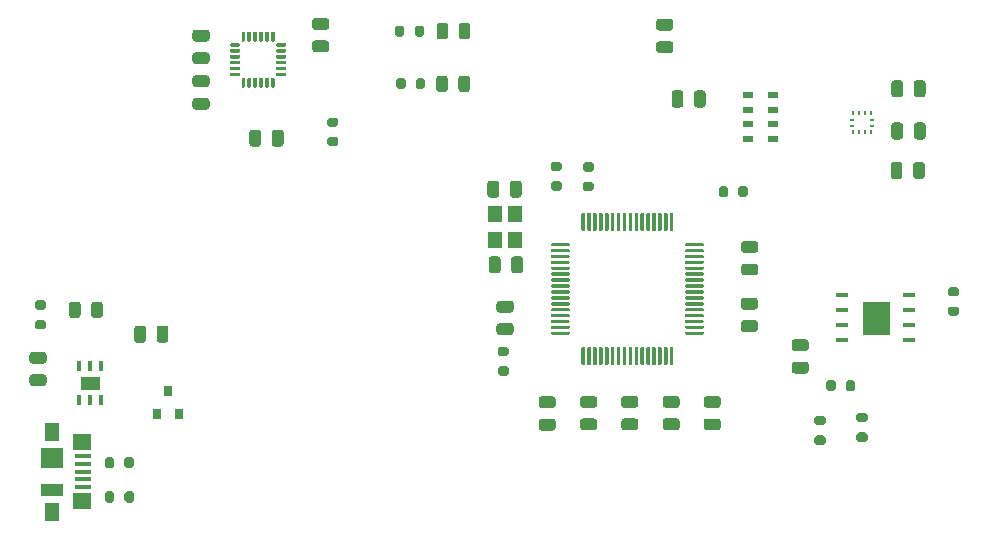
<source format=gbr>
%TF.GenerationSoftware,KiCad,Pcbnew,(5.1.9)-1*%
%TF.CreationDate,2021-03-13T11:21:55-03:00*%
%TF.ProjectId,carcaraFC,63617263-6172-4614-9643-2e6b69636164,rev?*%
%TF.SameCoordinates,Original*%
%TF.FileFunction,Paste,Top*%
%TF.FilePolarity,Positive*%
%FSLAX46Y46*%
G04 Gerber Fmt 4.6, Leading zero omitted, Abs format (unit mm)*
G04 Created by KiCad (PCBNEW (5.1.9)-1) date 2021-03-13 11:21:55*
%MOMM*%
%LPD*%
G01*
G04 APERTURE LIST*
%ADD10C,0.010000*%
%ADD11R,1.040000X0.440000*%
%ADD12R,0.400000X0.860000*%
%ADD13R,0.800000X0.900000*%
%ADD14R,1.380000X0.450000*%
%ADD15R,1.550000X1.425000*%
%ADD16R,1.300000X1.650000*%
%ADD17R,1.900000X1.800000*%
%ADD18R,1.900000X1.000000*%
%ADD19R,0.950000X0.550000*%
%ADD20R,0.279400X0.304800*%
%ADD21R,0.304800X0.279400*%
%ADD22R,1.200000X1.400000*%
G04 APERTURE END LIST*
D10*
%TO.C,U4*%
G36*
X95036000Y-90036000D02*
G01*
X97196000Y-90036000D01*
X97196000Y-92756000D01*
X95036000Y-92756000D01*
X95036000Y-90036000D01*
G37*
X95036000Y-90036000D02*
X97196000Y-90036000D01*
X97196000Y-92756000D01*
X95036000Y-92756000D01*
X95036000Y-90036000D01*
%TO.C,U1*%
G36*
X30310000Y-96420000D02*
G01*
X30310000Y-97440000D01*
X28810000Y-97440000D01*
X28810000Y-96420000D01*
X30310000Y-96420000D01*
G37*
X30310000Y-96420000D02*
X30310000Y-97440000D01*
X28810000Y-97440000D01*
X28810000Y-96420000D01*
X30310000Y-96420000D01*
%TD*%
D11*
%TO.C,U4*%
X98961000Y-89491000D03*
X98961000Y-90761000D03*
X98961000Y-92031000D03*
X98961000Y-93301000D03*
X93271000Y-93301000D03*
X93271000Y-92031000D03*
X93271000Y-90761000D03*
X93271000Y-89491000D03*
%TD*%
D12*
%TO.C,U1*%
X30510000Y-98365000D03*
X29560000Y-98365000D03*
X28610000Y-98365000D03*
X28610000Y-95495000D03*
X29560000Y-95495000D03*
X30510000Y-95495000D03*
%TD*%
%TO.C,C1*%
G36*
G01*
X35220000Y-93275000D02*
X35220000Y-92325000D01*
G75*
G02*
X35470000Y-92075000I250000J0D01*
G01*
X35970000Y-92075000D01*
G75*
G02*
X36220000Y-92325000I0J-250000D01*
G01*
X36220000Y-93275000D01*
G75*
G02*
X35970000Y-93525000I-250000J0D01*
G01*
X35470000Y-93525000D01*
G75*
G02*
X35220000Y-93275000I0J250000D01*
G01*
G37*
G36*
G01*
X33320000Y-93275000D02*
X33320000Y-92325000D01*
G75*
G02*
X33570000Y-92075000I250000J0D01*
G01*
X34070000Y-92075000D01*
G75*
G02*
X34320000Y-92325000I0J-250000D01*
G01*
X34320000Y-93275000D01*
G75*
G02*
X34070000Y-93525000I-250000J0D01*
G01*
X33570000Y-93525000D01*
G75*
G02*
X33320000Y-93275000I0J250000D01*
G01*
G37*
%TD*%
%TO.C,C2*%
G36*
G01*
X24705000Y-94290000D02*
X25655000Y-94290000D01*
G75*
G02*
X25905000Y-94540000I0J-250000D01*
G01*
X25905000Y-95040000D01*
G75*
G02*
X25655000Y-95290000I-250000J0D01*
G01*
X24705000Y-95290000D01*
G75*
G02*
X24455000Y-95040000I0J250000D01*
G01*
X24455000Y-94540000D01*
G75*
G02*
X24705000Y-94290000I250000J0D01*
G01*
G37*
G36*
G01*
X24705000Y-96190000D02*
X25655000Y-96190000D01*
G75*
G02*
X25905000Y-96440000I0J-250000D01*
G01*
X25905000Y-96940000D01*
G75*
G02*
X25655000Y-97190000I-250000J0D01*
G01*
X24705000Y-97190000D01*
G75*
G02*
X24455000Y-96940000I0J250000D01*
G01*
X24455000Y-96440000D01*
G75*
G02*
X24705000Y-96190000I250000J0D01*
G01*
G37*
%TD*%
%TO.C,C3*%
G36*
G01*
X78307000Y-99934000D02*
X79257000Y-99934000D01*
G75*
G02*
X79507000Y-100184000I0J-250000D01*
G01*
X79507000Y-100684000D01*
G75*
G02*
X79257000Y-100934000I-250000J0D01*
G01*
X78307000Y-100934000D01*
G75*
G02*
X78057000Y-100684000I0J250000D01*
G01*
X78057000Y-100184000D01*
G75*
G02*
X78307000Y-99934000I250000J0D01*
G01*
G37*
G36*
G01*
X78307000Y-98034000D02*
X79257000Y-98034000D01*
G75*
G02*
X79507000Y-98284000I0J-250000D01*
G01*
X79507000Y-98784000D01*
G75*
G02*
X79257000Y-99034000I-250000J0D01*
G01*
X78307000Y-99034000D01*
G75*
G02*
X78057000Y-98784000I0J250000D01*
G01*
X78057000Y-98284000D01*
G75*
G02*
X78307000Y-98034000I250000J0D01*
G01*
G37*
%TD*%
%TO.C,C4*%
G36*
G01*
X81782000Y-98039000D02*
X82732000Y-98039000D01*
G75*
G02*
X82982000Y-98289000I0J-250000D01*
G01*
X82982000Y-98789000D01*
G75*
G02*
X82732000Y-99039000I-250000J0D01*
G01*
X81782000Y-99039000D01*
G75*
G02*
X81532000Y-98789000I0J250000D01*
G01*
X81532000Y-98289000D01*
G75*
G02*
X81782000Y-98039000I250000J0D01*
G01*
G37*
G36*
G01*
X81782000Y-99939000D02*
X82732000Y-99939000D01*
G75*
G02*
X82982000Y-100189000I0J-250000D01*
G01*
X82982000Y-100689000D01*
G75*
G02*
X82732000Y-100939000I-250000J0D01*
G01*
X81782000Y-100939000D01*
G75*
G02*
X81532000Y-100689000I0J250000D01*
G01*
X81532000Y-100189000D01*
G75*
G02*
X81782000Y-99939000I250000J0D01*
G01*
G37*
%TD*%
%TO.C,C5*%
G36*
G01*
X74807000Y-99934000D02*
X75757000Y-99934000D01*
G75*
G02*
X76007000Y-100184000I0J-250000D01*
G01*
X76007000Y-100684000D01*
G75*
G02*
X75757000Y-100934000I-250000J0D01*
G01*
X74807000Y-100934000D01*
G75*
G02*
X74557000Y-100684000I0J250000D01*
G01*
X74557000Y-100184000D01*
G75*
G02*
X74807000Y-99934000I250000J0D01*
G01*
G37*
G36*
G01*
X74807000Y-98034000D02*
X75757000Y-98034000D01*
G75*
G02*
X76007000Y-98284000I0J-250000D01*
G01*
X76007000Y-98784000D01*
G75*
G02*
X75757000Y-99034000I-250000J0D01*
G01*
X74807000Y-99034000D01*
G75*
G02*
X74557000Y-98784000I0J250000D01*
G01*
X74557000Y-98284000D01*
G75*
G02*
X74807000Y-98034000I250000J0D01*
G01*
G37*
%TD*%
%TO.C,C6*%
G36*
G01*
X71327000Y-98034000D02*
X72277000Y-98034000D01*
G75*
G02*
X72527000Y-98284000I0J-250000D01*
G01*
X72527000Y-98784000D01*
G75*
G02*
X72277000Y-99034000I-250000J0D01*
G01*
X71327000Y-99034000D01*
G75*
G02*
X71077000Y-98784000I0J250000D01*
G01*
X71077000Y-98284000D01*
G75*
G02*
X71327000Y-98034000I250000J0D01*
G01*
G37*
G36*
G01*
X71327000Y-99934000D02*
X72277000Y-99934000D01*
G75*
G02*
X72527000Y-100184000I0J-250000D01*
G01*
X72527000Y-100684000D01*
G75*
G02*
X72277000Y-100934000I-250000J0D01*
G01*
X71327000Y-100934000D01*
G75*
G02*
X71077000Y-100684000I0J250000D01*
G01*
X71077000Y-100184000D01*
G75*
G02*
X71327000Y-99934000I250000J0D01*
G01*
G37*
%TD*%
%TO.C,C7*%
G36*
G01*
X67807000Y-99954000D02*
X68757000Y-99954000D01*
G75*
G02*
X69007000Y-100204000I0J-250000D01*
G01*
X69007000Y-100704000D01*
G75*
G02*
X68757000Y-100954000I-250000J0D01*
G01*
X67807000Y-100954000D01*
G75*
G02*
X67557000Y-100704000I0J250000D01*
G01*
X67557000Y-100204000D01*
G75*
G02*
X67807000Y-99954000I250000J0D01*
G01*
G37*
G36*
G01*
X67807000Y-98054000D02*
X68757000Y-98054000D01*
G75*
G02*
X69007000Y-98304000I0J-250000D01*
G01*
X69007000Y-98804000D01*
G75*
G02*
X68757000Y-99054000I-250000J0D01*
G01*
X67807000Y-99054000D01*
G75*
G02*
X67557000Y-98804000I0J250000D01*
G01*
X67557000Y-98304000D01*
G75*
G02*
X67807000Y-98054000I250000J0D01*
G01*
G37*
%TD*%
%TO.C,C8*%
G36*
G01*
X63232000Y-80989000D02*
X63232000Y-80039000D01*
G75*
G02*
X63482000Y-79789000I250000J0D01*
G01*
X63982000Y-79789000D01*
G75*
G02*
X64232000Y-80039000I0J-250000D01*
G01*
X64232000Y-80989000D01*
G75*
G02*
X63982000Y-81239000I-250000J0D01*
G01*
X63482000Y-81239000D01*
G75*
G02*
X63232000Y-80989000I0J250000D01*
G01*
G37*
G36*
G01*
X65132000Y-80989000D02*
X65132000Y-80039000D01*
G75*
G02*
X65382000Y-79789000I250000J0D01*
G01*
X65882000Y-79789000D01*
G75*
G02*
X66132000Y-80039000I0J-250000D01*
G01*
X66132000Y-80989000D01*
G75*
G02*
X65882000Y-81239000I-250000J0D01*
G01*
X65382000Y-81239000D01*
G75*
G02*
X65132000Y-80989000I0J250000D01*
G01*
G37*
%TD*%
%TO.C,C9*%
G36*
G01*
X64342000Y-86449000D02*
X64342000Y-87399000D01*
G75*
G02*
X64092000Y-87649000I-250000J0D01*
G01*
X63592000Y-87649000D01*
G75*
G02*
X63342000Y-87399000I0J250000D01*
G01*
X63342000Y-86449000D01*
G75*
G02*
X63592000Y-86199000I250000J0D01*
G01*
X64092000Y-86199000D01*
G75*
G02*
X64342000Y-86449000I0J-250000D01*
G01*
G37*
G36*
G01*
X66242000Y-86449000D02*
X66242000Y-87399000D01*
G75*
G02*
X65992000Y-87649000I-250000J0D01*
G01*
X65492000Y-87649000D01*
G75*
G02*
X65242000Y-87399000I0J250000D01*
G01*
X65242000Y-86449000D01*
G75*
G02*
X65492000Y-86199000I250000J0D01*
G01*
X65992000Y-86199000D01*
G75*
G02*
X66242000Y-86449000I0J-250000D01*
G01*
G37*
%TD*%
%TO.C,C10*%
G36*
G01*
X39455000Y-68020000D02*
X38505000Y-68020000D01*
G75*
G02*
X38255000Y-67770000I0J250000D01*
G01*
X38255000Y-67270000D01*
G75*
G02*
X38505000Y-67020000I250000J0D01*
G01*
X39455000Y-67020000D01*
G75*
G02*
X39705000Y-67270000I0J-250000D01*
G01*
X39705000Y-67770000D01*
G75*
G02*
X39455000Y-68020000I-250000J0D01*
G01*
G37*
G36*
G01*
X39455000Y-69920000D02*
X38505000Y-69920000D01*
G75*
G02*
X38255000Y-69670000I0J250000D01*
G01*
X38255000Y-69170000D01*
G75*
G02*
X38505000Y-68920000I250000J0D01*
G01*
X39455000Y-68920000D01*
G75*
G02*
X39705000Y-69170000I0J-250000D01*
G01*
X39705000Y-69670000D01*
G75*
G02*
X39455000Y-69920000I-250000J0D01*
G01*
G37*
%TD*%
%TO.C,C11*%
G36*
G01*
X39455000Y-71890000D02*
X38505000Y-71890000D01*
G75*
G02*
X38255000Y-71640000I0J250000D01*
G01*
X38255000Y-71140000D01*
G75*
G02*
X38505000Y-70890000I250000J0D01*
G01*
X39455000Y-70890000D01*
G75*
G02*
X39705000Y-71140000I0J-250000D01*
G01*
X39705000Y-71640000D01*
G75*
G02*
X39455000Y-71890000I-250000J0D01*
G01*
G37*
G36*
G01*
X39455000Y-73790000D02*
X38505000Y-73790000D01*
G75*
G02*
X38255000Y-73540000I0J250000D01*
G01*
X38255000Y-73040000D01*
G75*
G02*
X38505000Y-72790000I250000J0D01*
G01*
X39455000Y-72790000D01*
G75*
G02*
X39705000Y-73040000I0J-250000D01*
G01*
X39705000Y-73540000D01*
G75*
G02*
X39455000Y-73790000I-250000J0D01*
G01*
G37*
%TD*%
%TO.C,C12*%
G36*
G01*
X43070000Y-76685000D02*
X43070000Y-75735000D01*
G75*
G02*
X43320000Y-75485000I250000J0D01*
G01*
X43820000Y-75485000D01*
G75*
G02*
X44070000Y-75735000I0J-250000D01*
G01*
X44070000Y-76685000D01*
G75*
G02*
X43820000Y-76935000I-250000J0D01*
G01*
X43320000Y-76935000D01*
G75*
G02*
X43070000Y-76685000I0J250000D01*
G01*
G37*
G36*
G01*
X44970000Y-76685000D02*
X44970000Y-75735000D01*
G75*
G02*
X45220000Y-75485000I250000J0D01*
G01*
X45720000Y-75485000D01*
G75*
G02*
X45970000Y-75735000I0J-250000D01*
G01*
X45970000Y-76685000D01*
G75*
G02*
X45720000Y-76935000I-250000J0D01*
G01*
X45220000Y-76935000D01*
G75*
G02*
X44970000Y-76685000I0J250000D01*
G01*
G37*
%TD*%
%TO.C,C13*%
G36*
G01*
X48635000Y-67930000D02*
X49585000Y-67930000D01*
G75*
G02*
X49835000Y-68180000I0J-250000D01*
G01*
X49835000Y-68680000D01*
G75*
G02*
X49585000Y-68930000I-250000J0D01*
G01*
X48635000Y-68930000D01*
G75*
G02*
X48385000Y-68680000I0J250000D01*
G01*
X48385000Y-68180000D01*
G75*
G02*
X48635000Y-67930000I250000J0D01*
G01*
G37*
G36*
G01*
X48635000Y-66030000D02*
X49585000Y-66030000D01*
G75*
G02*
X49835000Y-66280000I0J-250000D01*
G01*
X49835000Y-66780000D01*
G75*
G02*
X49585000Y-67030000I-250000J0D01*
G01*
X48635000Y-67030000D01*
G75*
G02*
X48385000Y-66780000I0J250000D01*
G01*
X48385000Y-66280000D01*
G75*
G02*
X48635000Y-66030000I250000J0D01*
G01*
G37*
%TD*%
%TO.C,C16*%
G36*
G01*
X90185000Y-96130000D02*
X89235000Y-96130000D01*
G75*
G02*
X88985000Y-95880000I0J250000D01*
G01*
X88985000Y-95380000D01*
G75*
G02*
X89235000Y-95130000I250000J0D01*
G01*
X90185000Y-95130000D01*
G75*
G02*
X90435000Y-95380000I0J-250000D01*
G01*
X90435000Y-95880000D01*
G75*
G02*
X90185000Y-96130000I-250000J0D01*
G01*
G37*
G36*
G01*
X90185000Y-94230000D02*
X89235000Y-94230000D01*
G75*
G02*
X88985000Y-93980000I0J250000D01*
G01*
X88985000Y-93480000D01*
G75*
G02*
X89235000Y-93230000I250000J0D01*
G01*
X90185000Y-93230000D01*
G75*
G02*
X90435000Y-93480000I0J-250000D01*
G01*
X90435000Y-93980000D01*
G75*
G02*
X90185000Y-94230000I-250000J0D01*
G01*
G37*
%TD*%
%TO.C,C19*%
G36*
G01*
X79820000Y-72407000D02*
X79820000Y-73357000D01*
G75*
G02*
X79570000Y-73607000I-250000J0D01*
G01*
X79070000Y-73607000D01*
G75*
G02*
X78820000Y-73357000I0J250000D01*
G01*
X78820000Y-72407000D01*
G75*
G02*
X79070000Y-72157000I250000J0D01*
G01*
X79570000Y-72157000D01*
G75*
G02*
X79820000Y-72407000I0J-250000D01*
G01*
G37*
G36*
G01*
X81720000Y-72407000D02*
X81720000Y-73357000D01*
G75*
G02*
X81470000Y-73607000I-250000J0D01*
G01*
X80970000Y-73607000D01*
G75*
G02*
X80720000Y-73357000I0J250000D01*
G01*
X80720000Y-72407000D01*
G75*
G02*
X80970000Y-72157000I250000J0D01*
G01*
X81470000Y-72157000D01*
G75*
G02*
X81720000Y-72407000I0J-250000D01*
G01*
G37*
%TD*%
%TO.C,C20*%
G36*
G01*
X65197000Y-90964000D02*
X64247000Y-90964000D01*
G75*
G02*
X63997000Y-90714000I0J250000D01*
G01*
X63997000Y-90214000D01*
G75*
G02*
X64247000Y-89964000I250000J0D01*
G01*
X65197000Y-89964000D01*
G75*
G02*
X65447000Y-90214000I0J-250000D01*
G01*
X65447000Y-90714000D01*
G75*
G02*
X65197000Y-90964000I-250000J0D01*
G01*
G37*
G36*
G01*
X65197000Y-92864000D02*
X64247000Y-92864000D01*
G75*
G02*
X63997000Y-92614000I0J250000D01*
G01*
X63997000Y-92114000D01*
G75*
G02*
X64247000Y-91864000I250000J0D01*
G01*
X65197000Y-91864000D01*
G75*
G02*
X65447000Y-92114000I0J-250000D01*
G01*
X65447000Y-92614000D01*
G75*
G02*
X65197000Y-92864000I-250000J0D01*
G01*
G37*
%TD*%
%TO.C,C21*%
G36*
G01*
X85882000Y-92619000D02*
X84932000Y-92619000D01*
G75*
G02*
X84682000Y-92369000I0J250000D01*
G01*
X84682000Y-91869000D01*
G75*
G02*
X84932000Y-91619000I250000J0D01*
G01*
X85882000Y-91619000D01*
G75*
G02*
X86132000Y-91869000I0J-250000D01*
G01*
X86132000Y-92369000D01*
G75*
G02*
X85882000Y-92619000I-250000J0D01*
G01*
G37*
G36*
G01*
X85882000Y-90719000D02*
X84932000Y-90719000D01*
G75*
G02*
X84682000Y-90469000I0J250000D01*
G01*
X84682000Y-89969000D01*
G75*
G02*
X84932000Y-89719000I250000J0D01*
G01*
X85882000Y-89719000D01*
G75*
G02*
X86132000Y-89969000I0J-250000D01*
G01*
X86132000Y-90469000D01*
G75*
G02*
X85882000Y-90719000I-250000J0D01*
G01*
G37*
%TD*%
%TO.C,C22*%
G36*
G01*
X85907000Y-87824000D02*
X84957000Y-87824000D01*
G75*
G02*
X84707000Y-87574000I0J250000D01*
G01*
X84707000Y-87074000D01*
G75*
G02*
X84957000Y-86824000I250000J0D01*
G01*
X85907000Y-86824000D01*
G75*
G02*
X86157000Y-87074000I0J-250000D01*
G01*
X86157000Y-87574000D01*
G75*
G02*
X85907000Y-87824000I-250000J0D01*
G01*
G37*
G36*
G01*
X85907000Y-85924000D02*
X84957000Y-85924000D01*
G75*
G02*
X84707000Y-85674000I0J250000D01*
G01*
X84707000Y-85174000D01*
G75*
G02*
X84957000Y-84924000I250000J0D01*
G01*
X85907000Y-84924000D01*
G75*
G02*
X86157000Y-85174000I0J-250000D01*
G01*
X86157000Y-85674000D01*
G75*
G02*
X85907000Y-85924000I-250000J0D01*
G01*
G37*
%TD*%
%TO.C,C23*%
G36*
G01*
X78713000Y-68998000D02*
X77763000Y-68998000D01*
G75*
G02*
X77513000Y-68748000I0J250000D01*
G01*
X77513000Y-68248000D01*
G75*
G02*
X77763000Y-67998000I250000J0D01*
G01*
X78713000Y-67998000D01*
G75*
G02*
X78963000Y-68248000I0J-250000D01*
G01*
X78963000Y-68748000D01*
G75*
G02*
X78713000Y-68998000I-250000J0D01*
G01*
G37*
G36*
G01*
X78713000Y-67098000D02*
X77763000Y-67098000D01*
G75*
G02*
X77513000Y-66848000I0J250000D01*
G01*
X77513000Y-66348000D01*
G75*
G02*
X77763000Y-66098000I250000J0D01*
G01*
X78713000Y-66098000D01*
G75*
G02*
X78963000Y-66348000I0J-250000D01*
G01*
X78963000Y-66848000D01*
G75*
G02*
X78713000Y-67098000I-250000J0D01*
G01*
G37*
%TD*%
%TO.C,C24*%
G36*
G01*
X98425000Y-75122000D02*
X98425000Y-76072000D01*
G75*
G02*
X98175000Y-76322000I-250000J0D01*
G01*
X97675000Y-76322000D01*
G75*
G02*
X97425000Y-76072000I0J250000D01*
G01*
X97425000Y-75122000D01*
G75*
G02*
X97675000Y-74872000I250000J0D01*
G01*
X98175000Y-74872000D01*
G75*
G02*
X98425000Y-75122000I0J-250000D01*
G01*
G37*
G36*
G01*
X100325000Y-75122000D02*
X100325000Y-76072000D01*
G75*
G02*
X100075000Y-76322000I-250000J0D01*
G01*
X99575000Y-76322000D01*
G75*
G02*
X99325000Y-76072000I0J250000D01*
G01*
X99325000Y-75122000D01*
G75*
G02*
X99575000Y-74872000I250000J0D01*
G01*
X100075000Y-74872000D01*
G75*
G02*
X100325000Y-75122000I0J-250000D01*
G01*
G37*
%TD*%
%TO.C,C25*%
G36*
G01*
X100260000Y-78467000D02*
X100260000Y-79417000D01*
G75*
G02*
X100010000Y-79667000I-250000J0D01*
G01*
X99510000Y-79667000D01*
G75*
G02*
X99260000Y-79417000I0J250000D01*
G01*
X99260000Y-78467000D01*
G75*
G02*
X99510000Y-78217000I250000J0D01*
G01*
X100010000Y-78217000D01*
G75*
G02*
X100260000Y-78467000I0J-250000D01*
G01*
G37*
G36*
G01*
X98360000Y-78467000D02*
X98360000Y-79417000D01*
G75*
G02*
X98110000Y-79667000I-250000J0D01*
G01*
X97610000Y-79667000D01*
G75*
G02*
X97360000Y-79417000I0J250000D01*
G01*
X97360000Y-78467000D01*
G75*
G02*
X97610000Y-78217000I250000J0D01*
G01*
X98110000Y-78217000D01*
G75*
G02*
X98360000Y-78467000I0J-250000D01*
G01*
G37*
%TD*%
%TO.C,C26*%
G36*
G01*
X100320000Y-71547000D02*
X100320000Y-72497000D01*
G75*
G02*
X100070000Y-72747000I-250000J0D01*
G01*
X99570000Y-72747000D01*
G75*
G02*
X99320000Y-72497000I0J250000D01*
G01*
X99320000Y-71547000D01*
G75*
G02*
X99570000Y-71297000I250000J0D01*
G01*
X100070000Y-71297000D01*
G75*
G02*
X100320000Y-71547000I0J-250000D01*
G01*
G37*
G36*
G01*
X98420000Y-71547000D02*
X98420000Y-72497000D01*
G75*
G02*
X98170000Y-72747000I-250000J0D01*
G01*
X97670000Y-72747000D01*
G75*
G02*
X97420000Y-72497000I0J250000D01*
G01*
X97420000Y-71547000D01*
G75*
G02*
X97670000Y-71297000I250000J0D01*
G01*
X98170000Y-71297000D01*
G75*
G02*
X98420000Y-71547000I0J-250000D01*
G01*
G37*
%TD*%
%TO.C,D1*%
G36*
G01*
X27805000Y-91196250D02*
X27805000Y-90283750D01*
G75*
G02*
X28048750Y-90040000I243750J0D01*
G01*
X28536250Y-90040000D01*
G75*
G02*
X28780000Y-90283750I0J-243750D01*
G01*
X28780000Y-91196250D01*
G75*
G02*
X28536250Y-91440000I-243750J0D01*
G01*
X28048750Y-91440000D01*
G75*
G02*
X27805000Y-91196250I0J243750D01*
G01*
G37*
G36*
G01*
X29680000Y-91196250D02*
X29680000Y-90283750D01*
G75*
G02*
X29923750Y-90040000I243750J0D01*
G01*
X30411250Y-90040000D01*
G75*
G02*
X30655000Y-90283750I0J-243750D01*
G01*
X30655000Y-91196250D01*
G75*
G02*
X30411250Y-91440000I-243750J0D01*
G01*
X29923750Y-91440000D01*
G75*
G02*
X29680000Y-91196250I0J243750D01*
G01*
G37*
%TD*%
D13*
%TO.C,D2*%
X35220000Y-99590000D03*
X37120000Y-99590000D03*
X36170000Y-97590000D03*
%TD*%
%TO.C,D3*%
G36*
G01*
X59897500Y-66683750D02*
X59897500Y-67596250D01*
G75*
G02*
X59653750Y-67840000I-243750J0D01*
G01*
X59166250Y-67840000D01*
G75*
G02*
X58922500Y-67596250I0J243750D01*
G01*
X58922500Y-66683750D01*
G75*
G02*
X59166250Y-66440000I243750J0D01*
G01*
X59653750Y-66440000D01*
G75*
G02*
X59897500Y-66683750I0J-243750D01*
G01*
G37*
G36*
G01*
X61772500Y-66683750D02*
X61772500Y-67596250D01*
G75*
G02*
X61528750Y-67840000I-243750J0D01*
G01*
X61041250Y-67840000D01*
G75*
G02*
X60797500Y-67596250I0J243750D01*
G01*
X60797500Y-66683750D01*
G75*
G02*
X61041250Y-66440000I243750J0D01*
G01*
X61528750Y-66440000D01*
G75*
G02*
X61772500Y-66683750I0J-243750D01*
G01*
G37*
%TD*%
%TO.C,D4*%
G36*
G01*
X61755000Y-71143750D02*
X61755000Y-72056250D01*
G75*
G02*
X61511250Y-72300000I-243750J0D01*
G01*
X61023750Y-72300000D01*
G75*
G02*
X60780000Y-72056250I0J243750D01*
G01*
X60780000Y-71143750D01*
G75*
G02*
X61023750Y-70900000I243750J0D01*
G01*
X61511250Y-70900000D01*
G75*
G02*
X61755000Y-71143750I0J-243750D01*
G01*
G37*
G36*
G01*
X59880000Y-71143750D02*
X59880000Y-72056250D01*
G75*
G02*
X59636250Y-72300000I-243750J0D01*
G01*
X59148750Y-72300000D01*
G75*
G02*
X58905000Y-72056250I0J243750D01*
G01*
X58905000Y-71143750D01*
G75*
G02*
X59148750Y-70900000I243750J0D01*
G01*
X59636250Y-70900000D01*
G75*
G02*
X59880000Y-71143750I0J-243750D01*
G01*
G37*
%TD*%
D14*
%TO.C,USB1*%
X29010000Y-103140000D03*
X29010000Y-103790000D03*
X29010000Y-104440000D03*
X29010000Y-105090000D03*
X29010000Y-105740000D03*
D15*
X28925000Y-101952500D03*
X28925000Y-106927500D03*
D16*
X26350000Y-101065000D03*
X26350000Y-107815000D03*
D17*
X26350000Y-103290000D03*
D18*
X26350000Y-105990000D03*
%TD*%
%TO.C,R1*%
G36*
G01*
X25665000Y-92385000D02*
X25115000Y-92385000D01*
G75*
G02*
X24915000Y-92185000I0J200000D01*
G01*
X24915000Y-91785000D01*
G75*
G02*
X25115000Y-91585000I200000J0D01*
G01*
X25665000Y-91585000D01*
G75*
G02*
X25865000Y-91785000I0J-200000D01*
G01*
X25865000Y-92185000D01*
G75*
G02*
X25665000Y-92385000I-200000J0D01*
G01*
G37*
G36*
G01*
X25665000Y-90735000D02*
X25115000Y-90735000D01*
G75*
G02*
X24915000Y-90535000I0J200000D01*
G01*
X24915000Y-90135000D01*
G75*
G02*
X25115000Y-89935000I200000J0D01*
G01*
X25665000Y-89935000D01*
G75*
G02*
X25865000Y-90135000I0J-200000D01*
G01*
X25865000Y-90535000D01*
G75*
G02*
X25665000Y-90735000I-200000J0D01*
G01*
G37*
%TD*%
%TO.C,R2*%
G36*
G01*
X71497000Y-78234000D02*
X72047000Y-78234000D01*
G75*
G02*
X72247000Y-78434000I0J-200000D01*
G01*
X72247000Y-78834000D01*
G75*
G02*
X72047000Y-79034000I-200000J0D01*
G01*
X71497000Y-79034000D01*
G75*
G02*
X71297000Y-78834000I0J200000D01*
G01*
X71297000Y-78434000D01*
G75*
G02*
X71497000Y-78234000I200000J0D01*
G01*
G37*
G36*
G01*
X71497000Y-79884000D02*
X72047000Y-79884000D01*
G75*
G02*
X72247000Y-80084000I0J-200000D01*
G01*
X72247000Y-80484000D01*
G75*
G02*
X72047000Y-80684000I-200000J0D01*
G01*
X71497000Y-80684000D01*
G75*
G02*
X71297000Y-80484000I0J200000D01*
G01*
X71297000Y-80084000D01*
G75*
G02*
X71497000Y-79884000I200000J0D01*
G01*
G37*
%TD*%
%TO.C,R3*%
G36*
G01*
X68787000Y-79859000D02*
X69337000Y-79859000D01*
G75*
G02*
X69537000Y-80059000I0J-200000D01*
G01*
X69537000Y-80459000D01*
G75*
G02*
X69337000Y-80659000I-200000J0D01*
G01*
X68787000Y-80659000D01*
G75*
G02*
X68587000Y-80459000I0J200000D01*
G01*
X68587000Y-80059000D01*
G75*
G02*
X68787000Y-79859000I200000J0D01*
G01*
G37*
G36*
G01*
X68787000Y-78209000D02*
X69337000Y-78209000D01*
G75*
G02*
X69537000Y-78409000I0J-200000D01*
G01*
X69537000Y-78809000D01*
G75*
G02*
X69337000Y-79009000I-200000J0D01*
G01*
X68787000Y-79009000D01*
G75*
G02*
X68587000Y-78809000I0J200000D01*
G01*
X68587000Y-78409000D01*
G75*
G02*
X68787000Y-78209000I200000J0D01*
G01*
G37*
%TD*%
%TO.C,R4*%
G36*
G01*
X49861000Y-76103000D02*
X50411000Y-76103000D01*
G75*
G02*
X50611000Y-76303000I0J-200000D01*
G01*
X50611000Y-76703000D01*
G75*
G02*
X50411000Y-76903000I-200000J0D01*
G01*
X49861000Y-76903000D01*
G75*
G02*
X49661000Y-76703000I0J200000D01*
G01*
X49661000Y-76303000D01*
G75*
G02*
X49861000Y-76103000I200000J0D01*
G01*
G37*
G36*
G01*
X49861000Y-74453000D02*
X50411000Y-74453000D01*
G75*
G02*
X50611000Y-74653000I0J-200000D01*
G01*
X50611000Y-75053000D01*
G75*
G02*
X50411000Y-75253000I-200000J0D01*
G01*
X49861000Y-75253000D01*
G75*
G02*
X49661000Y-75053000I0J200000D01*
G01*
X49661000Y-74653000D01*
G75*
G02*
X49861000Y-74453000I200000J0D01*
G01*
G37*
%TD*%
%TO.C,R5*%
G36*
G01*
X85265000Y-80455000D02*
X85265000Y-81005000D01*
G75*
G02*
X85065000Y-81205000I-200000J0D01*
G01*
X84665000Y-81205000D01*
G75*
G02*
X84465000Y-81005000I0J200000D01*
G01*
X84465000Y-80455000D01*
G75*
G02*
X84665000Y-80255000I200000J0D01*
G01*
X85065000Y-80255000D01*
G75*
G02*
X85265000Y-80455000I0J-200000D01*
G01*
G37*
G36*
G01*
X83615000Y-80455000D02*
X83615000Y-81005000D01*
G75*
G02*
X83415000Y-81205000I-200000J0D01*
G01*
X83015000Y-81205000D01*
G75*
G02*
X82815000Y-81005000I0J200000D01*
G01*
X82815000Y-80455000D01*
G75*
G02*
X83015000Y-80255000I200000J0D01*
G01*
X83415000Y-80255000D01*
G75*
G02*
X83615000Y-80455000I0J-200000D01*
G01*
G37*
%TD*%
%TO.C,R6*%
G36*
G01*
X31645000Y-106305000D02*
X31645000Y-106855000D01*
G75*
G02*
X31445000Y-107055000I-200000J0D01*
G01*
X31045000Y-107055000D01*
G75*
G02*
X30845000Y-106855000I0J200000D01*
G01*
X30845000Y-106305000D01*
G75*
G02*
X31045000Y-106105000I200000J0D01*
G01*
X31445000Y-106105000D01*
G75*
G02*
X31645000Y-106305000I0J-200000D01*
G01*
G37*
G36*
G01*
X33295000Y-106305000D02*
X33295000Y-106855000D01*
G75*
G02*
X33095000Y-107055000I-200000J0D01*
G01*
X32695000Y-107055000D01*
G75*
G02*
X32495000Y-106855000I0J200000D01*
G01*
X32495000Y-106305000D01*
G75*
G02*
X32695000Y-106105000I200000J0D01*
G01*
X33095000Y-106105000D01*
G75*
G02*
X33295000Y-106305000I0J-200000D01*
G01*
G37*
%TD*%
%TO.C,R7*%
G36*
G01*
X30845000Y-103955000D02*
X30845000Y-103405000D01*
G75*
G02*
X31045000Y-103205000I200000J0D01*
G01*
X31445000Y-103205000D01*
G75*
G02*
X31645000Y-103405000I0J-200000D01*
G01*
X31645000Y-103955000D01*
G75*
G02*
X31445000Y-104155000I-200000J0D01*
G01*
X31045000Y-104155000D01*
G75*
G02*
X30845000Y-103955000I0J200000D01*
G01*
G37*
G36*
G01*
X32495000Y-103955000D02*
X32495000Y-103405000D01*
G75*
G02*
X32695000Y-103205000I200000J0D01*
G01*
X33095000Y-103205000D01*
G75*
G02*
X33295000Y-103405000I0J-200000D01*
G01*
X33295000Y-103955000D01*
G75*
G02*
X33095000Y-104155000I-200000J0D01*
G01*
X32695000Y-104155000D01*
G75*
G02*
X32495000Y-103955000I0J200000D01*
G01*
G37*
%TD*%
%TO.C,R8*%
G36*
G01*
X102975000Y-89605000D02*
X102425000Y-89605000D01*
G75*
G02*
X102225000Y-89405000I0J200000D01*
G01*
X102225000Y-89005000D01*
G75*
G02*
X102425000Y-88805000I200000J0D01*
G01*
X102975000Y-88805000D01*
G75*
G02*
X103175000Y-89005000I0J-200000D01*
G01*
X103175000Y-89405000D01*
G75*
G02*
X102975000Y-89605000I-200000J0D01*
G01*
G37*
G36*
G01*
X102975000Y-91255000D02*
X102425000Y-91255000D01*
G75*
G02*
X102225000Y-91055000I0J200000D01*
G01*
X102225000Y-90655000D01*
G75*
G02*
X102425000Y-90455000I200000J0D01*
G01*
X102975000Y-90455000D01*
G75*
G02*
X103175000Y-90655000I0J-200000D01*
G01*
X103175000Y-91055000D01*
G75*
G02*
X102975000Y-91255000I-200000J0D01*
G01*
G37*
%TD*%
%TO.C,R9*%
G36*
G01*
X94365000Y-96885000D02*
X94365000Y-97435000D01*
G75*
G02*
X94165000Y-97635000I-200000J0D01*
G01*
X93765000Y-97635000D01*
G75*
G02*
X93565000Y-97435000I0J200000D01*
G01*
X93565000Y-96885000D01*
G75*
G02*
X93765000Y-96685000I200000J0D01*
G01*
X94165000Y-96685000D01*
G75*
G02*
X94365000Y-96885000I0J-200000D01*
G01*
G37*
G36*
G01*
X92715000Y-96885000D02*
X92715000Y-97435000D01*
G75*
G02*
X92515000Y-97635000I-200000J0D01*
G01*
X92115000Y-97635000D01*
G75*
G02*
X91915000Y-97435000I0J200000D01*
G01*
X91915000Y-96885000D01*
G75*
G02*
X92115000Y-96685000I200000J0D01*
G01*
X92515000Y-96685000D01*
G75*
G02*
X92715000Y-96885000I0J-200000D01*
G01*
G37*
%TD*%
%TO.C,R10*%
G36*
G01*
X64297000Y-95499000D02*
X64847000Y-95499000D01*
G75*
G02*
X65047000Y-95699000I0J-200000D01*
G01*
X65047000Y-96099000D01*
G75*
G02*
X64847000Y-96299000I-200000J0D01*
G01*
X64297000Y-96299000D01*
G75*
G02*
X64097000Y-96099000I0J200000D01*
G01*
X64097000Y-95699000D01*
G75*
G02*
X64297000Y-95499000I200000J0D01*
G01*
G37*
G36*
G01*
X64297000Y-93849000D02*
X64847000Y-93849000D01*
G75*
G02*
X65047000Y-94049000I0J-200000D01*
G01*
X65047000Y-94449000D01*
G75*
G02*
X64847000Y-94649000I-200000J0D01*
G01*
X64297000Y-94649000D01*
G75*
G02*
X64097000Y-94449000I0J200000D01*
G01*
X64097000Y-94049000D01*
G75*
G02*
X64297000Y-93849000I200000J0D01*
G01*
G37*
%TD*%
%TO.C,R11*%
G36*
G01*
X95209000Y-101919000D02*
X94659000Y-101919000D01*
G75*
G02*
X94459000Y-101719000I0J200000D01*
G01*
X94459000Y-101319000D01*
G75*
G02*
X94659000Y-101119000I200000J0D01*
G01*
X95209000Y-101119000D01*
G75*
G02*
X95409000Y-101319000I0J-200000D01*
G01*
X95409000Y-101719000D01*
G75*
G02*
X95209000Y-101919000I-200000J0D01*
G01*
G37*
G36*
G01*
X95209000Y-100269000D02*
X94659000Y-100269000D01*
G75*
G02*
X94459000Y-100069000I0J200000D01*
G01*
X94459000Y-99669000D01*
G75*
G02*
X94659000Y-99469000I200000J0D01*
G01*
X95209000Y-99469000D01*
G75*
G02*
X95409000Y-99669000I0J-200000D01*
G01*
X95409000Y-100069000D01*
G75*
G02*
X95209000Y-100269000I-200000J0D01*
G01*
G37*
%TD*%
%TO.C,R12*%
G36*
G01*
X91653000Y-100523000D02*
X91103000Y-100523000D01*
G75*
G02*
X90903000Y-100323000I0J200000D01*
G01*
X90903000Y-99923000D01*
G75*
G02*
X91103000Y-99723000I200000J0D01*
G01*
X91653000Y-99723000D01*
G75*
G02*
X91853000Y-99923000I0J-200000D01*
G01*
X91853000Y-100323000D01*
G75*
G02*
X91653000Y-100523000I-200000J0D01*
G01*
G37*
G36*
G01*
X91653000Y-102173000D02*
X91103000Y-102173000D01*
G75*
G02*
X90903000Y-101973000I0J200000D01*
G01*
X90903000Y-101573000D01*
G75*
G02*
X91103000Y-101373000I200000J0D01*
G01*
X91653000Y-101373000D01*
G75*
G02*
X91853000Y-101573000I0J-200000D01*
G01*
X91853000Y-101973000D01*
G75*
G02*
X91653000Y-102173000I-200000J0D01*
G01*
G37*
%TD*%
%TO.C,R13*%
G36*
G01*
X57055000Y-67415000D02*
X57055000Y-66865000D01*
G75*
G02*
X57255000Y-66665000I200000J0D01*
G01*
X57655000Y-66665000D01*
G75*
G02*
X57855000Y-66865000I0J-200000D01*
G01*
X57855000Y-67415000D01*
G75*
G02*
X57655000Y-67615000I-200000J0D01*
G01*
X57255000Y-67615000D01*
G75*
G02*
X57055000Y-67415000I0J200000D01*
G01*
G37*
G36*
G01*
X55405000Y-67415000D02*
X55405000Y-66865000D01*
G75*
G02*
X55605000Y-66665000I200000J0D01*
G01*
X56005000Y-66665000D01*
G75*
G02*
X56205000Y-66865000I0J-200000D01*
G01*
X56205000Y-67415000D01*
G75*
G02*
X56005000Y-67615000I-200000J0D01*
G01*
X55605000Y-67615000D01*
G75*
G02*
X55405000Y-67415000I0J200000D01*
G01*
G37*
%TD*%
%TO.C,R14*%
G36*
G01*
X55495000Y-71865000D02*
X55495000Y-71315000D01*
G75*
G02*
X55695000Y-71115000I200000J0D01*
G01*
X56095000Y-71115000D01*
G75*
G02*
X56295000Y-71315000I0J-200000D01*
G01*
X56295000Y-71865000D01*
G75*
G02*
X56095000Y-72065000I-200000J0D01*
G01*
X55695000Y-72065000D01*
G75*
G02*
X55495000Y-71865000I0J200000D01*
G01*
G37*
G36*
G01*
X57145000Y-71865000D02*
X57145000Y-71315000D01*
G75*
G02*
X57345000Y-71115000I200000J0D01*
G01*
X57745000Y-71115000D01*
G75*
G02*
X57945000Y-71315000I0J-200000D01*
G01*
X57945000Y-71865000D01*
G75*
G02*
X57745000Y-72065000I-200000J0D01*
G01*
X57345000Y-72065000D01*
G75*
G02*
X57145000Y-71865000I0J200000D01*
G01*
G37*
%TD*%
%TO.C,U2*%
G36*
G01*
X68632000Y-85299000D02*
X68632000Y-85149000D01*
G75*
G02*
X68707000Y-85074000I75000J0D01*
G01*
X70107000Y-85074000D01*
G75*
G02*
X70182000Y-85149000I0J-75000D01*
G01*
X70182000Y-85299000D01*
G75*
G02*
X70107000Y-85374000I-75000J0D01*
G01*
X68707000Y-85374000D01*
G75*
G02*
X68632000Y-85299000I0J75000D01*
G01*
G37*
G36*
G01*
X68632000Y-85799000D02*
X68632000Y-85649000D01*
G75*
G02*
X68707000Y-85574000I75000J0D01*
G01*
X70107000Y-85574000D01*
G75*
G02*
X70182000Y-85649000I0J-75000D01*
G01*
X70182000Y-85799000D01*
G75*
G02*
X70107000Y-85874000I-75000J0D01*
G01*
X68707000Y-85874000D01*
G75*
G02*
X68632000Y-85799000I0J75000D01*
G01*
G37*
G36*
G01*
X68632000Y-86299000D02*
X68632000Y-86149000D01*
G75*
G02*
X68707000Y-86074000I75000J0D01*
G01*
X70107000Y-86074000D01*
G75*
G02*
X70182000Y-86149000I0J-75000D01*
G01*
X70182000Y-86299000D01*
G75*
G02*
X70107000Y-86374000I-75000J0D01*
G01*
X68707000Y-86374000D01*
G75*
G02*
X68632000Y-86299000I0J75000D01*
G01*
G37*
G36*
G01*
X68632000Y-86799000D02*
X68632000Y-86649000D01*
G75*
G02*
X68707000Y-86574000I75000J0D01*
G01*
X70107000Y-86574000D01*
G75*
G02*
X70182000Y-86649000I0J-75000D01*
G01*
X70182000Y-86799000D01*
G75*
G02*
X70107000Y-86874000I-75000J0D01*
G01*
X68707000Y-86874000D01*
G75*
G02*
X68632000Y-86799000I0J75000D01*
G01*
G37*
G36*
G01*
X68632000Y-87299000D02*
X68632000Y-87149000D01*
G75*
G02*
X68707000Y-87074000I75000J0D01*
G01*
X70107000Y-87074000D01*
G75*
G02*
X70182000Y-87149000I0J-75000D01*
G01*
X70182000Y-87299000D01*
G75*
G02*
X70107000Y-87374000I-75000J0D01*
G01*
X68707000Y-87374000D01*
G75*
G02*
X68632000Y-87299000I0J75000D01*
G01*
G37*
G36*
G01*
X68632000Y-87799000D02*
X68632000Y-87649000D01*
G75*
G02*
X68707000Y-87574000I75000J0D01*
G01*
X70107000Y-87574000D01*
G75*
G02*
X70182000Y-87649000I0J-75000D01*
G01*
X70182000Y-87799000D01*
G75*
G02*
X70107000Y-87874000I-75000J0D01*
G01*
X68707000Y-87874000D01*
G75*
G02*
X68632000Y-87799000I0J75000D01*
G01*
G37*
G36*
G01*
X68632000Y-88299000D02*
X68632000Y-88149000D01*
G75*
G02*
X68707000Y-88074000I75000J0D01*
G01*
X70107000Y-88074000D01*
G75*
G02*
X70182000Y-88149000I0J-75000D01*
G01*
X70182000Y-88299000D01*
G75*
G02*
X70107000Y-88374000I-75000J0D01*
G01*
X68707000Y-88374000D01*
G75*
G02*
X68632000Y-88299000I0J75000D01*
G01*
G37*
G36*
G01*
X68632000Y-88799000D02*
X68632000Y-88649000D01*
G75*
G02*
X68707000Y-88574000I75000J0D01*
G01*
X70107000Y-88574000D01*
G75*
G02*
X70182000Y-88649000I0J-75000D01*
G01*
X70182000Y-88799000D01*
G75*
G02*
X70107000Y-88874000I-75000J0D01*
G01*
X68707000Y-88874000D01*
G75*
G02*
X68632000Y-88799000I0J75000D01*
G01*
G37*
G36*
G01*
X68632000Y-89299000D02*
X68632000Y-89149000D01*
G75*
G02*
X68707000Y-89074000I75000J0D01*
G01*
X70107000Y-89074000D01*
G75*
G02*
X70182000Y-89149000I0J-75000D01*
G01*
X70182000Y-89299000D01*
G75*
G02*
X70107000Y-89374000I-75000J0D01*
G01*
X68707000Y-89374000D01*
G75*
G02*
X68632000Y-89299000I0J75000D01*
G01*
G37*
G36*
G01*
X68632000Y-89799000D02*
X68632000Y-89649000D01*
G75*
G02*
X68707000Y-89574000I75000J0D01*
G01*
X70107000Y-89574000D01*
G75*
G02*
X70182000Y-89649000I0J-75000D01*
G01*
X70182000Y-89799000D01*
G75*
G02*
X70107000Y-89874000I-75000J0D01*
G01*
X68707000Y-89874000D01*
G75*
G02*
X68632000Y-89799000I0J75000D01*
G01*
G37*
G36*
G01*
X68632000Y-90299000D02*
X68632000Y-90149000D01*
G75*
G02*
X68707000Y-90074000I75000J0D01*
G01*
X70107000Y-90074000D01*
G75*
G02*
X70182000Y-90149000I0J-75000D01*
G01*
X70182000Y-90299000D01*
G75*
G02*
X70107000Y-90374000I-75000J0D01*
G01*
X68707000Y-90374000D01*
G75*
G02*
X68632000Y-90299000I0J75000D01*
G01*
G37*
G36*
G01*
X68632000Y-90799000D02*
X68632000Y-90649000D01*
G75*
G02*
X68707000Y-90574000I75000J0D01*
G01*
X70107000Y-90574000D01*
G75*
G02*
X70182000Y-90649000I0J-75000D01*
G01*
X70182000Y-90799000D01*
G75*
G02*
X70107000Y-90874000I-75000J0D01*
G01*
X68707000Y-90874000D01*
G75*
G02*
X68632000Y-90799000I0J75000D01*
G01*
G37*
G36*
G01*
X68632000Y-91299000D02*
X68632000Y-91149000D01*
G75*
G02*
X68707000Y-91074000I75000J0D01*
G01*
X70107000Y-91074000D01*
G75*
G02*
X70182000Y-91149000I0J-75000D01*
G01*
X70182000Y-91299000D01*
G75*
G02*
X70107000Y-91374000I-75000J0D01*
G01*
X68707000Y-91374000D01*
G75*
G02*
X68632000Y-91299000I0J75000D01*
G01*
G37*
G36*
G01*
X68632000Y-91799000D02*
X68632000Y-91649000D01*
G75*
G02*
X68707000Y-91574000I75000J0D01*
G01*
X70107000Y-91574000D01*
G75*
G02*
X70182000Y-91649000I0J-75000D01*
G01*
X70182000Y-91799000D01*
G75*
G02*
X70107000Y-91874000I-75000J0D01*
G01*
X68707000Y-91874000D01*
G75*
G02*
X68632000Y-91799000I0J75000D01*
G01*
G37*
G36*
G01*
X68632000Y-92299000D02*
X68632000Y-92149000D01*
G75*
G02*
X68707000Y-92074000I75000J0D01*
G01*
X70107000Y-92074000D01*
G75*
G02*
X70182000Y-92149000I0J-75000D01*
G01*
X70182000Y-92299000D01*
G75*
G02*
X70107000Y-92374000I-75000J0D01*
G01*
X68707000Y-92374000D01*
G75*
G02*
X68632000Y-92299000I0J75000D01*
G01*
G37*
G36*
G01*
X68632000Y-92799000D02*
X68632000Y-92649000D01*
G75*
G02*
X68707000Y-92574000I75000J0D01*
G01*
X70107000Y-92574000D01*
G75*
G02*
X70182000Y-92649000I0J-75000D01*
G01*
X70182000Y-92799000D01*
G75*
G02*
X70107000Y-92874000I-75000J0D01*
G01*
X68707000Y-92874000D01*
G75*
G02*
X68632000Y-92799000I0J75000D01*
G01*
G37*
G36*
G01*
X71182000Y-95349000D02*
X71182000Y-93949000D01*
G75*
G02*
X71257000Y-93874000I75000J0D01*
G01*
X71407000Y-93874000D01*
G75*
G02*
X71482000Y-93949000I0J-75000D01*
G01*
X71482000Y-95349000D01*
G75*
G02*
X71407000Y-95424000I-75000J0D01*
G01*
X71257000Y-95424000D01*
G75*
G02*
X71182000Y-95349000I0J75000D01*
G01*
G37*
G36*
G01*
X71682000Y-95349000D02*
X71682000Y-93949000D01*
G75*
G02*
X71757000Y-93874000I75000J0D01*
G01*
X71907000Y-93874000D01*
G75*
G02*
X71982000Y-93949000I0J-75000D01*
G01*
X71982000Y-95349000D01*
G75*
G02*
X71907000Y-95424000I-75000J0D01*
G01*
X71757000Y-95424000D01*
G75*
G02*
X71682000Y-95349000I0J75000D01*
G01*
G37*
G36*
G01*
X72182000Y-95349000D02*
X72182000Y-93949000D01*
G75*
G02*
X72257000Y-93874000I75000J0D01*
G01*
X72407000Y-93874000D01*
G75*
G02*
X72482000Y-93949000I0J-75000D01*
G01*
X72482000Y-95349000D01*
G75*
G02*
X72407000Y-95424000I-75000J0D01*
G01*
X72257000Y-95424000D01*
G75*
G02*
X72182000Y-95349000I0J75000D01*
G01*
G37*
G36*
G01*
X72682000Y-95349000D02*
X72682000Y-93949000D01*
G75*
G02*
X72757000Y-93874000I75000J0D01*
G01*
X72907000Y-93874000D01*
G75*
G02*
X72982000Y-93949000I0J-75000D01*
G01*
X72982000Y-95349000D01*
G75*
G02*
X72907000Y-95424000I-75000J0D01*
G01*
X72757000Y-95424000D01*
G75*
G02*
X72682000Y-95349000I0J75000D01*
G01*
G37*
G36*
G01*
X73182000Y-95349000D02*
X73182000Y-93949000D01*
G75*
G02*
X73257000Y-93874000I75000J0D01*
G01*
X73407000Y-93874000D01*
G75*
G02*
X73482000Y-93949000I0J-75000D01*
G01*
X73482000Y-95349000D01*
G75*
G02*
X73407000Y-95424000I-75000J0D01*
G01*
X73257000Y-95424000D01*
G75*
G02*
X73182000Y-95349000I0J75000D01*
G01*
G37*
G36*
G01*
X73682000Y-95349000D02*
X73682000Y-93949000D01*
G75*
G02*
X73757000Y-93874000I75000J0D01*
G01*
X73907000Y-93874000D01*
G75*
G02*
X73982000Y-93949000I0J-75000D01*
G01*
X73982000Y-95349000D01*
G75*
G02*
X73907000Y-95424000I-75000J0D01*
G01*
X73757000Y-95424000D01*
G75*
G02*
X73682000Y-95349000I0J75000D01*
G01*
G37*
G36*
G01*
X74182000Y-95349000D02*
X74182000Y-93949000D01*
G75*
G02*
X74257000Y-93874000I75000J0D01*
G01*
X74407000Y-93874000D01*
G75*
G02*
X74482000Y-93949000I0J-75000D01*
G01*
X74482000Y-95349000D01*
G75*
G02*
X74407000Y-95424000I-75000J0D01*
G01*
X74257000Y-95424000D01*
G75*
G02*
X74182000Y-95349000I0J75000D01*
G01*
G37*
G36*
G01*
X74682000Y-95349000D02*
X74682000Y-93949000D01*
G75*
G02*
X74757000Y-93874000I75000J0D01*
G01*
X74907000Y-93874000D01*
G75*
G02*
X74982000Y-93949000I0J-75000D01*
G01*
X74982000Y-95349000D01*
G75*
G02*
X74907000Y-95424000I-75000J0D01*
G01*
X74757000Y-95424000D01*
G75*
G02*
X74682000Y-95349000I0J75000D01*
G01*
G37*
G36*
G01*
X75182000Y-95349000D02*
X75182000Y-93949000D01*
G75*
G02*
X75257000Y-93874000I75000J0D01*
G01*
X75407000Y-93874000D01*
G75*
G02*
X75482000Y-93949000I0J-75000D01*
G01*
X75482000Y-95349000D01*
G75*
G02*
X75407000Y-95424000I-75000J0D01*
G01*
X75257000Y-95424000D01*
G75*
G02*
X75182000Y-95349000I0J75000D01*
G01*
G37*
G36*
G01*
X75682000Y-95349000D02*
X75682000Y-93949000D01*
G75*
G02*
X75757000Y-93874000I75000J0D01*
G01*
X75907000Y-93874000D01*
G75*
G02*
X75982000Y-93949000I0J-75000D01*
G01*
X75982000Y-95349000D01*
G75*
G02*
X75907000Y-95424000I-75000J0D01*
G01*
X75757000Y-95424000D01*
G75*
G02*
X75682000Y-95349000I0J75000D01*
G01*
G37*
G36*
G01*
X76182000Y-95349000D02*
X76182000Y-93949000D01*
G75*
G02*
X76257000Y-93874000I75000J0D01*
G01*
X76407000Y-93874000D01*
G75*
G02*
X76482000Y-93949000I0J-75000D01*
G01*
X76482000Y-95349000D01*
G75*
G02*
X76407000Y-95424000I-75000J0D01*
G01*
X76257000Y-95424000D01*
G75*
G02*
X76182000Y-95349000I0J75000D01*
G01*
G37*
G36*
G01*
X76682000Y-95349000D02*
X76682000Y-93949000D01*
G75*
G02*
X76757000Y-93874000I75000J0D01*
G01*
X76907000Y-93874000D01*
G75*
G02*
X76982000Y-93949000I0J-75000D01*
G01*
X76982000Y-95349000D01*
G75*
G02*
X76907000Y-95424000I-75000J0D01*
G01*
X76757000Y-95424000D01*
G75*
G02*
X76682000Y-95349000I0J75000D01*
G01*
G37*
G36*
G01*
X77182000Y-95349000D02*
X77182000Y-93949000D01*
G75*
G02*
X77257000Y-93874000I75000J0D01*
G01*
X77407000Y-93874000D01*
G75*
G02*
X77482000Y-93949000I0J-75000D01*
G01*
X77482000Y-95349000D01*
G75*
G02*
X77407000Y-95424000I-75000J0D01*
G01*
X77257000Y-95424000D01*
G75*
G02*
X77182000Y-95349000I0J75000D01*
G01*
G37*
G36*
G01*
X77682000Y-95349000D02*
X77682000Y-93949000D01*
G75*
G02*
X77757000Y-93874000I75000J0D01*
G01*
X77907000Y-93874000D01*
G75*
G02*
X77982000Y-93949000I0J-75000D01*
G01*
X77982000Y-95349000D01*
G75*
G02*
X77907000Y-95424000I-75000J0D01*
G01*
X77757000Y-95424000D01*
G75*
G02*
X77682000Y-95349000I0J75000D01*
G01*
G37*
G36*
G01*
X78182000Y-95349000D02*
X78182000Y-93949000D01*
G75*
G02*
X78257000Y-93874000I75000J0D01*
G01*
X78407000Y-93874000D01*
G75*
G02*
X78482000Y-93949000I0J-75000D01*
G01*
X78482000Y-95349000D01*
G75*
G02*
X78407000Y-95424000I-75000J0D01*
G01*
X78257000Y-95424000D01*
G75*
G02*
X78182000Y-95349000I0J75000D01*
G01*
G37*
G36*
G01*
X78682000Y-95349000D02*
X78682000Y-93949000D01*
G75*
G02*
X78757000Y-93874000I75000J0D01*
G01*
X78907000Y-93874000D01*
G75*
G02*
X78982000Y-93949000I0J-75000D01*
G01*
X78982000Y-95349000D01*
G75*
G02*
X78907000Y-95424000I-75000J0D01*
G01*
X78757000Y-95424000D01*
G75*
G02*
X78682000Y-95349000I0J75000D01*
G01*
G37*
G36*
G01*
X79982000Y-92799000D02*
X79982000Y-92649000D01*
G75*
G02*
X80057000Y-92574000I75000J0D01*
G01*
X81457000Y-92574000D01*
G75*
G02*
X81532000Y-92649000I0J-75000D01*
G01*
X81532000Y-92799000D01*
G75*
G02*
X81457000Y-92874000I-75000J0D01*
G01*
X80057000Y-92874000D01*
G75*
G02*
X79982000Y-92799000I0J75000D01*
G01*
G37*
G36*
G01*
X79982000Y-92299000D02*
X79982000Y-92149000D01*
G75*
G02*
X80057000Y-92074000I75000J0D01*
G01*
X81457000Y-92074000D01*
G75*
G02*
X81532000Y-92149000I0J-75000D01*
G01*
X81532000Y-92299000D01*
G75*
G02*
X81457000Y-92374000I-75000J0D01*
G01*
X80057000Y-92374000D01*
G75*
G02*
X79982000Y-92299000I0J75000D01*
G01*
G37*
G36*
G01*
X79982000Y-91799000D02*
X79982000Y-91649000D01*
G75*
G02*
X80057000Y-91574000I75000J0D01*
G01*
X81457000Y-91574000D01*
G75*
G02*
X81532000Y-91649000I0J-75000D01*
G01*
X81532000Y-91799000D01*
G75*
G02*
X81457000Y-91874000I-75000J0D01*
G01*
X80057000Y-91874000D01*
G75*
G02*
X79982000Y-91799000I0J75000D01*
G01*
G37*
G36*
G01*
X79982000Y-91299000D02*
X79982000Y-91149000D01*
G75*
G02*
X80057000Y-91074000I75000J0D01*
G01*
X81457000Y-91074000D01*
G75*
G02*
X81532000Y-91149000I0J-75000D01*
G01*
X81532000Y-91299000D01*
G75*
G02*
X81457000Y-91374000I-75000J0D01*
G01*
X80057000Y-91374000D01*
G75*
G02*
X79982000Y-91299000I0J75000D01*
G01*
G37*
G36*
G01*
X79982000Y-90799000D02*
X79982000Y-90649000D01*
G75*
G02*
X80057000Y-90574000I75000J0D01*
G01*
X81457000Y-90574000D01*
G75*
G02*
X81532000Y-90649000I0J-75000D01*
G01*
X81532000Y-90799000D01*
G75*
G02*
X81457000Y-90874000I-75000J0D01*
G01*
X80057000Y-90874000D01*
G75*
G02*
X79982000Y-90799000I0J75000D01*
G01*
G37*
G36*
G01*
X79982000Y-90299000D02*
X79982000Y-90149000D01*
G75*
G02*
X80057000Y-90074000I75000J0D01*
G01*
X81457000Y-90074000D01*
G75*
G02*
X81532000Y-90149000I0J-75000D01*
G01*
X81532000Y-90299000D01*
G75*
G02*
X81457000Y-90374000I-75000J0D01*
G01*
X80057000Y-90374000D01*
G75*
G02*
X79982000Y-90299000I0J75000D01*
G01*
G37*
G36*
G01*
X79982000Y-89799000D02*
X79982000Y-89649000D01*
G75*
G02*
X80057000Y-89574000I75000J0D01*
G01*
X81457000Y-89574000D01*
G75*
G02*
X81532000Y-89649000I0J-75000D01*
G01*
X81532000Y-89799000D01*
G75*
G02*
X81457000Y-89874000I-75000J0D01*
G01*
X80057000Y-89874000D01*
G75*
G02*
X79982000Y-89799000I0J75000D01*
G01*
G37*
G36*
G01*
X79982000Y-89299000D02*
X79982000Y-89149000D01*
G75*
G02*
X80057000Y-89074000I75000J0D01*
G01*
X81457000Y-89074000D01*
G75*
G02*
X81532000Y-89149000I0J-75000D01*
G01*
X81532000Y-89299000D01*
G75*
G02*
X81457000Y-89374000I-75000J0D01*
G01*
X80057000Y-89374000D01*
G75*
G02*
X79982000Y-89299000I0J75000D01*
G01*
G37*
G36*
G01*
X79982000Y-88799000D02*
X79982000Y-88649000D01*
G75*
G02*
X80057000Y-88574000I75000J0D01*
G01*
X81457000Y-88574000D01*
G75*
G02*
X81532000Y-88649000I0J-75000D01*
G01*
X81532000Y-88799000D01*
G75*
G02*
X81457000Y-88874000I-75000J0D01*
G01*
X80057000Y-88874000D01*
G75*
G02*
X79982000Y-88799000I0J75000D01*
G01*
G37*
G36*
G01*
X79982000Y-88299000D02*
X79982000Y-88149000D01*
G75*
G02*
X80057000Y-88074000I75000J0D01*
G01*
X81457000Y-88074000D01*
G75*
G02*
X81532000Y-88149000I0J-75000D01*
G01*
X81532000Y-88299000D01*
G75*
G02*
X81457000Y-88374000I-75000J0D01*
G01*
X80057000Y-88374000D01*
G75*
G02*
X79982000Y-88299000I0J75000D01*
G01*
G37*
G36*
G01*
X79982000Y-87799000D02*
X79982000Y-87649000D01*
G75*
G02*
X80057000Y-87574000I75000J0D01*
G01*
X81457000Y-87574000D01*
G75*
G02*
X81532000Y-87649000I0J-75000D01*
G01*
X81532000Y-87799000D01*
G75*
G02*
X81457000Y-87874000I-75000J0D01*
G01*
X80057000Y-87874000D01*
G75*
G02*
X79982000Y-87799000I0J75000D01*
G01*
G37*
G36*
G01*
X79982000Y-87299000D02*
X79982000Y-87149000D01*
G75*
G02*
X80057000Y-87074000I75000J0D01*
G01*
X81457000Y-87074000D01*
G75*
G02*
X81532000Y-87149000I0J-75000D01*
G01*
X81532000Y-87299000D01*
G75*
G02*
X81457000Y-87374000I-75000J0D01*
G01*
X80057000Y-87374000D01*
G75*
G02*
X79982000Y-87299000I0J75000D01*
G01*
G37*
G36*
G01*
X79982000Y-86799000D02*
X79982000Y-86649000D01*
G75*
G02*
X80057000Y-86574000I75000J0D01*
G01*
X81457000Y-86574000D01*
G75*
G02*
X81532000Y-86649000I0J-75000D01*
G01*
X81532000Y-86799000D01*
G75*
G02*
X81457000Y-86874000I-75000J0D01*
G01*
X80057000Y-86874000D01*
G75*
G02*
X79982000Y-86799000I0J75000D01*
G01*
G37*
G36*
G01*
X79982000Y-86299000D02*
X79982000Y-86149000D01*
G75*
G02*
X80057000Y-86074000I75000J0D01*
G01*
X81457000Y-86074000D01*
G75*
G02*
X81532000Y-86149000I0J-75000D01*
G01*
X81532000Y-86299000D01*
G75*
G02*
X81457000Y-86374000I-75000J0D01*
G01*
X80057000Y-86374000D01*
G75*
G02*
X79982000Y-86299000I0J75000D01*
G01*
G37*
G36*
G01*
X79982000Y-85799000D02*
X79982000Y-85649000D01*
G75*
G02*
X80057000Y-85574000I75000J0D01*
G01*
X81457000Y-85574000D01*
G75*
G02*
X81532000Y-85649000I0J-75000D01*
G01*
X81532000Y-85799000D01*
G75*
G02*
X81457000Y-85874000I-75000J0D01*
G01*
X80057000Y-85874000D01*
G75*
G02*
X79982000Y-85799000I0J75000D01*
G01*
G37*
G36*
G01*
X79982000Y-85299000D02*
X79982000Y-85149000D01*
G75*
G02*
X80057000Y-85074000I75000J0D01*
G01*
X81457000Y-85074000D01*
G75*
G02*
X81532000Y-85149000I0J-75000D01*
G01*
X81532000Y-85299000D01*
G75*
G02*
X81457000Y-85374000I-75000J0D01*
G01*
X80057000Y-85374000D01*
G75*
G02*
X79982000Y-85299000I0J75000D01*
G01*
G37*
G36*
G01*
X78682000Y-83999000D02*
X78682000Y-82599000D01*
G75*
G02*
X78757000Y-82524000I75000J0D01*
G01*
X78907000Y-82524000D01*
G75*
G02*
X78982000Y-82599000I0J-75000D01*
G01*
X78982000Y-83999000D01*
G75*
G02*
X78907000Y-84074000I-75000J0D01*
G01*
X78757000Y-84074000D01*
G75*
G02*
X78682000Y-83999000I0J75000D01*
G01*
G37*
G36*
G01*
X78182000Y-83999000D02*
X78182000Y-82599000D01*
G75*
G02*
X78257000Y-82524000I75000J0D01*
G01*
X78407000Y-82524000D01*
G75*
G02*
X78482000Y-82599000I0J-75000D01*
G01*
X78482000Y-83999000D01*
G75*
G02*
X78407000Y-84074000I-75000J0D01*
G01*
X78257000Y-84074000D01*
G75*
G02*
X78182000Y-83999000I0J75000D01*
G01*
G37*
G36*
G01*
X77682000Y-83999000D02*
X77682000Y-82599000D01*
G75*
G02*
X77757000Y-82524000I75000J0D01*
G01*
X77907000Y-82524000D01*
G75*
G02*
X77982000Y-82599000I0J-75000D01*
G01*
X77982000Y-83999000D01*
G75*
G02*
X77907000Y-84074000I-75000J0D01*
G01*
X77757000Y-84074000D01*
G75*
G02*
X77682000Y-83999000I0J75000D01*
G01*
G37*
G36*
G01*
X77182000Y-83999000D02*
X77182000Y-82599000D01*
G75*
G02*
X77257000Y-82524000I75000J0D01*
G01*
X77407000Y-82524000D01*
G75*
G02*
X77482000Y-82599000I0J-75000D01*
G01*
X77482000Y-83999000D01*
G75*
G02*
X77407000Y-84074000I-75000J0D01*
G01*
X77257000Y-84074000D01*
G75*
G02*
X77182000Y-83999000I0J75000D01*
G01*
G37*
G36*
G01*
X76682000Y-83999000D02*
X76682000Y-82599000D01*
G75*
G02*
X76757000Y-82524000I75000J0D01*
G01*
X76907000Y-82524000D01*
G75*
G02*
X76982000Y-82599000I0J-75000D01*
G01*
X76982000Y-83999000D01*
G75*
G02*
X76907000Y-84074000I-75000J0D01*
G01*
X76757000Y-84074000D01*
G75*
G02*
X76682000Y-83999000I0J75000D01*
G01*
G37*
G36*
G01*
X76182000Y-83999000D02*
X76182000Y-82599000D01*
G75*
G02*
X76257000Y-82524000I75000J0D01*
G01*
X76407000Y-82524000D01*
G75*
G02*
X76482000Y-82599000I0J-75000D01*
G01*
X76482000Y-83999000D01*
G75*
G02*
X76407000Y-84074000I-75000J0D01*
G01*
X76257000Y-84074000D01*
G75*
G02*
X76182000Y-83999000I0J75000D01*
G01*
G37*
G36*
G01*
X75682000Y-83999000D02*
X75682000Y-82599000D01*
G75*
G02*
X75757000Y-82524000I75000J0D01*
G01*
X75907000Y-82524000D01*
G75*
G02*
X75982000Y-82599000I0J-75000D01*
G01*
X75982000Y-83999000D01*
G75*
G02*
X75907000Y-84074000I-75000J0D01*
G01*
X75757000Y-84074000D01*
G75*
G02*
X75682000Y-83999000I0J75000D01*
G01*
G37*
G36*
G01*
X75182000Y-83999000D02*
X75182000Y-82599000D01*
G75*
G02*
X75257000Y-82524000I75000J0D01*
G01*
X75407000Y-82524000D01*
G75*
G02*
X75482000Y-82599000I0J-75000D01*
G01*
X75482000Y-83999000D01*
G75*
G02*
X75407000Y-84074000I-75000J0D01*
G01*
X75257000Y-84074000D01*
G75*
G02*
X75182000Y-83999000I0J75000D01*
G01*
G37*
G36*
G01*
X74682000Y-83999000D02*
X74682000Y-82599000D01*
G75*
G02*
X74757000Y-82524000I75000J0D01*
G01*
X74907000Y-82524000D01*
G75*
G02*
X74982000Y-82599000I0J-75000D01*
G01*
X74982000Y-83999000D01*
G75*
G02*
X74907000Y-84074000I-75000J0D01*
G01*
X74757000Y-84074000D01*
G75*
G02*
X74682000Y-83999000I0J75000D01*
G01*
G37*
G36*
G01*
X74182000Y-83999000D02*
X74182000Y-82599000D01*
G75*
G02*
X74257000Y-82524000I75000J0D01*
G01*
X74407000Y-82524000D01*
G75*
G02*
X74482000Y-82599000I0J-75000D01*
G01*
X74482000Y-83999000D01*
G75*
G02*
X74407000Y-84074000I-75000J0D01*
G01*
X74257000Y-84074000D01*
G75*
G02*
X74182000Y-83999000I0J75000D01*
G01*
G37*
G36*
G01*
X73682000Y-83999000D02*
X73682000Y-82599000D01*
G75*
G02*
X73757000Y-82524000I75000J0D01*
G01*
X73907000Y-82524000D01*
G75*
G02*
X73982000Y-82599000I0J-75000D01*
G01*
X73982000Y-83999000D01*
G75*
G02*
X73907000Y-84074000I-75000J0D01*
G01*
X73757000Y-84074000D01*
G75*
G02*
X73682000Y-83999000I0J75000D01*
G01*
G37*
G36*
G01*
X73182000Y-83999000D02*
X73182000Y-82599000D01*
G75*
G02*
X73257000Y-82524000I75000J0D01*
G01*
X73407000Y-82524000D01*
G75*
G02*
X73482000Y-82599000I0J-75000D01*
G01*
X73482000Y-83999000D01*
G75*
G02*
X73407000Y-84074000I-75000J0D01*
G01*
X73257000Y-84074000D01*
G75*
G02*
X73182000Y-83999000I0J75000D01*
G01*
G37*
G36*
G01*
X72682000Y-83999000D02*
X72682000Y-82599000D01*
G75*
G02*
X72757000Y-82524000I75000J0D01*
G01*
X72907000Y-82524000D01*
G75*
G02*
X72982000Y-82599000I0J-75000D01*
G01*
X72982000Y-83999000D01*
G75*
G02*
X72907000Y-84074000I-75000J0D01*
G01*
X72757000Y-84074000D01*
G75*
G02*
X72682000Y-83999000I0J75000D01*
G01*
G37*
G36*
G01*
X72182000Y-83999000D02*
X72182000Y-82599000D01*
G75*
G02*
X72257000Y-82524000I75000J0D01*
G01*
X72407000Y-82524000D01*
G75*
G02*
X72482000Y-82599000I0J-75000D01*
G01*
X72482000Y-83999000D01*
G75*
G02*
X72407000Y-84074000I-75000J0D01*
G01*
X72257000Y-84074000D01*
G75*
G02*
X72182000Y-83999000I0J75000D01*
G01*
G37*
G36*
G01*
X71682000Y-83999000D02*
X71682000Y-82599000D01*
G75*
G02*
X71757000Y-82524000I75000J0D01*
G01*
X71907000Y-82524000D01*
G75*
G02*
X71982000Y-82599000I0J-75000D01*
G01*
X71982000Y-83999000D01*
G75*
G02*
X71907000Y-84074000I-75000J0D01*
G01*
X71757000Y-84074000D01*
G75*
G02*
X71682000Y-83999000I0J75000D01*
G01*
G37*
G36*
G01*
X71182000Y-83999000D02*
X71182000Y-82599000D01*
G75*
G02*
X71257000Y-82524000I75000J0D01*
G01*
X71407000Y-82524000D01*
G75*
G02*
X71482000Y-82599000I0J-75000D01*
G01*
X71482000Y-83999000D01*
G75*
G02*
X71407000Y-84074000I-75000J0D01*
G01*
X71257000Y-84074000D01*
G75*
G02*
X71182000Y-83999000I0J75000D01*
G01*
G37*
%TD*%
%TO.C,U3*%
G36*
G01*
X41435000Y-68385000D02*
X41435000Y-68235000D01*
G75*
G02*
X41510000Y-68160000I75000J0D01*
G01*
X42210000Y-68160000D01*
G75*
G02*
X42285000Y-68235000I0J-75000D01*
G01*
X42285000Y-68385000D01*
G75*
G02*
X42210000Y-68460000I-75000J0D01*
G01*
X41510000Y-68460000D01*
G75*
G02*
X41435000Y-68385000I0J75000D01*
G01*
G37*
G36*
G01*
X41435000Y-68885000D02*
X41435000Y-68735000D01*
G75*
G02*
X41510000Y-68660000I75000J0D01*
G01*
X42210000Y-68660000D01*
G75*
G02*
X42285000Y-68735000I0J-75000D01*
G01*
X42285000Y-68885000D01*
G75*
G02*
X42210000Y-68960000I-75000J0D01*
G01*
X41510000Y-68960000D01*
G75*
G02*
X41435000Y-68885000I0J75000D01*
G01*
G37*
G36*
G01*
X41435000Y-69385000D02*
X41435000Y-69235000D01*
G75*
G02*
X41510000Y-69160000I75000J0D01*
G01*
X42210000Y-69160000D01*
G75*
G02*
X42285000Y-69235000I0J-75000D01*
G01*
X42285000Y-69385000D01*
G75*
G02*
X42210000Y-69460000I-75000J0D01*
G01*
X41510000Y-69460000D01*
G75*
G02*
X41435000Y-69385000I0J75000D01*
G01*
G37*
G36*
G01*
X41435000Y-69885000D02*
X41435000Y-69735000D01*
G75*
G02*
X41510000Y-69660000I75000J0D01*
G01*
X42210000Y-69660000D01*
G75*
G02*
X42285000Y-69735000I0J-75000D01*
G01*
X42285000Y-69885000D01*
G75*
G02*
X42210000Y-69960000I-75000J0D01*
G01*
X41510000Y-69960000D01*
G75*
G02*
X41435000Y-69885000I0J75000D01*
G01*
G37*
G36*
G01*
X41435000Y-70385000D02*
X41435000Y-70235000D01*
G75*
G02*
X41510000Y-70160000I75000J0D01*
G01*
X42210000Y-70160000D01*
G75*
G02*
X42285000Y-70235000I0J-75000D01*
G01*
X42285000Y-70385000D01*
G75*
G02*
X42210000Y-70460000I-75000J0D01*
G01*
X41510000Y-70460000D01*
G75*
G02*
X41435000Y-70385000I0J75000D01*
G01*
G37*
G36*
G01*
X41435000Y-70885000D02*
X41435000Y-70735000D01*
G75*
G02*
X41510000Y-70660000I75000J0D01*
G01*
X42210000Y-70660000D01*
G75*
G02*
X42285000Y-70735000I0J-75000D01*
G01*
X42285000Y-70885000D01*
G75*
G02*
X42210000Y-70960000I-75000J0D01*
G01*
X41510000Y-70960000D01*
G75*
G02*
X41435000Y-70885000I0J75000D01*
G01*
G37*
G36*
G01*
X42635000Y-71935000D02*
X42485000Y-71935000D01*
G75*
G02*
X42410000Y-71860000I0J75000D01*
G01*
X42410000Y-71160000D01*
G75*
G02*
X42485000Y-71085000I75000J0D01*
G01*
X42635000Y-71085000D01*
G75*
G02*
X42710000Y-71160000I0J-75000D01*
G01*
X42710000Y-71860000D01*
G75*
G02*
X42635000Y-71935000I-75000J0D01*
G01*
G37*
G36*
G01*
X43135000Y-71935000D02*
X42985000Y-71935000D01*
G75*
G02*
X42910000Y-71860000I0J75000D01*
G01*
X42910000Y-71160000D01*
G75*
G02*
X42985000Y-71085000I75000J0D01*
G01*
X43135000Y-71085000D01*
G75*
G02*
X43210000Y-71160000I0J-75000D01*
G01*
X43210000Y-71860000D01*
G75*
G02*
X43135000Y-71935000I-75000J0D01*
G01*
G37*
G36*
G01*
X43635000Y-71935000D02*
X43485000Y-71935000D01*
G75*
G02*
X43410000Y-71860000I0J75000D01*
G01*
X43410000Y-71160000D01*
G75*
G02*
X43485000Y-71085000I75000J0D01*
G01*
X43635000Y-71085000D01*
G75*
G02*
X43710000Y-71160000I0J-75000D01*
G01*
X43710000Y-71860000D01*
G75*
G02*
X43635000Y-71935000I-75000J0D01*
G01*
G37*
G36*
G01*
X44135000Y-71935000D02*
X43985000Y-71935000D01*
G75*
G02*
X43910000Y-71860000I0J75000D01*
G01*
X43910000Y-71160000D01*
G75*
G02*
X43985000Y-71085000I75000J0D01*
G01*
X44135000Y-71085000D01*
G75*
G02*
X44210000Y-71160000I0J-75000D01*
G01*
X44210000Y-71860000D01*
G75*
G02*
X44135000Y-71935000I-75000J0D01*
G01*
G37*
G36*
G01*
X44635000Y-71935000D02*
X44485000Y-71935000D01*
G75*
G02*
X44410000Y-71860000I0J75000D01*
G01*
X44410000Y-71160000D01*
G75*
G02*
X44485000Y-71085000I75000J0D01*
G01*
X44635000Y-71085000D01*
G75*
G02*
X44710000Y-71160000I0J-75000D01*
G01*
X44710000Y-71860000D01*
G75*
G02*
X44635000Y-71935000I-75000J0D01*
G01*
G37*
G36*
G01*
X45135000Y-71935000D02*
X44985000Y-71935000D01*
G75*
G02*
X44910000Y-71860000I0J75000D01*
G01*
X44910000Y-71160000D01*
G75*
G02*
X44985000Y-71085000I75000J0D01*
G01*
X45135000Y-71085000D01*
G75*
G02*
X45210000Y-71160000I0J-75000D01*
G01*
X45210000Y-71860000D01*
G75*
G02*
X45135000Y-71935000I-75000J0D01*
G01*
G37*
G36*
G01*
X45335000Y-70885000D02*
X45335000Y-70735000D01*
G75*
G02*
X45410000Y-70660000I75000J0D01*
G01*
X46110000Y-70660000D01*
G75*
G02*
X46185000Y-70735000I0J-75000D01*
G01*
X46185000Y-70885000D01*
G75*
G02*
X46110000Y-70960000I-75000J0D01*
G01*
X45410000Y-70960000D01*
G75*
G02*
X45335000Y-70885000I0J75000D01*
G01*
G37*
G36*
G01*
X45335000Y-70385000D02*
X45335000Y-70235000D01*
G75*
G02*
X45410000Y-70160000I75000J0D01*
G01*
X46110000Y-70160000D01*
G75*
G02*
X46185000Y-70235000I0J-75000D01*
G01*
X46185000Y-70385000D01*
G75*
G02*
X46110000Y-70460000I-75000J0D01*
G01*
X45410000Y-70460000D01*
G75*
G02*
X45335000Y-70385000I0J75000D01*
G01*
G37*
G36*
G01*
X45335000Y-69885000D02*
X45335000Y-69735000D01*
G75*
G02*
X45410000Y-69660000I75000J0D01*
G01*
X46110000Y-69660000D01*
G75*
G02*
X46185000Y-69735000I0J-75000D01*
G01*
X46185000Y-69885000D01*
G75*
G02*
X46110000Y-69960000I-75000J0D01*
G01*
X45410000Y-69960000D01*
G75*
G02*
X45335000Y-69885000I0J75000D01*
G01*
G37*
G36*
G01*
X45335000Y-69385000D02*
X45335000Y-69235000D01*
G75*
G02*
X45410000Y-69160000I75000J0D01*
G01*
X46110000Y-69160000D01*
G75*
G02*
X46185000Y-69235000I0J-75000D01*
G01*
X46185000Y-69385000D01*
G75*
G02*
X46110000Y-69460000I-75000J0D01*
G01*
X45410000Y-69460000D01*
G75*
G02*
X45335000Y-69385000I0J75000D01*
G01*
G37*
G36*
G01*
X45335000Y-68885000D02*
X45335000Y-68735000D01*
G75*
G02*
X45410000Y-68660000I75000J0D01*
G01*
X46110000Y-68660000D01*
G75*
G02*
X46185000Y-68735000I0J-75000D01*
G01*
X46185000Y-68885000D01*
G75*
G02*
X46110000Y-68960000I-75000J0D01*
G01*
X45410000Y-68960000D01*
G75*
G02*
X45335000Y-68885000I0J75000D01*
G01*
G37*
G36*
G01*
X45335000Y-68385000D02*
X45335000Y-68235000D01*
G75*
G02*
X45410000Y-68160000I75000J0D01*
G01*
X46110000Y-68160000D01*
G75*
G02*
X46185000Y-68235000I0J-75000D01*
G01*
X46185000Y-68385000D01*
G75*
G02*
X46110000Y-68460000I-75000J0D01*
G01*
X45410000Y-68460000D01*
G75*
G02*
X45335000Y-68385000I0J75000D01*
G01*
G37*
G36*
G01*
X45135000Y-68035000D02*
X44985000Y-68035000D01*
G75*
G02*
X44910000Y-67960000I0J75000D01*
G01*
X44910000Y-67260000D01*
G75*
G02*
X44985000Y-67185000I75000J0D01*
G01*
X45135000Y-67185000D01*
G75*
G02*
X45210000Y-67260000I0J-75000D01*
G01*
X45210000Y-67960000D01*
G75*
G02*
X45135000Y-68035000I-75000J0D01*
G01*
G37*
G36*
G01*
X44635000Y-68035000D02*
X44485000Y-68035000D01*
G75*
G02*
X44410000Y-67960000I0J75000D01*
G01*
X44410000Y-67260000D01*
G75*
G02*
X44485000Y-67185000I75000J0D01*
G01*
X44635000Y-67185000D01*
G75*
G02*
X44710000Y-67260000I0J-75000D01*
G01*
X44710000Y-67960000D01*
G75*
G02*
X44635000Y-68035000I-75000J0D01*
G01*
G37*
G36*
G01*
X44135000Y-68035000D02*
X43985000Y-68035000D01*
G75*
G02*
X43910000Y-67960000I0J75000D01*
G01*
X43910000Y-67260000D01*
G75*
G02*
X43985000Y-67185000I75000J0D01*
G01*
X44135000Y-67185000D01*
G75*
G02*
X44210000Y-67260000I0J-75000D01*
G01*
X44210000Y-67960000D01*
G75*
G02*
X44135000Y-68035000I-75000J0D01*
G01*
G37*
G36*
G01*
X43635000Y-68035000D02*
X43485000Y-68035000D01*
G75*
G02*
X43410000Y-67960000I0J75000D01*
G01*
X43410000Y-67260000D01*
G75*
G02*
X43485000Y-67185000I75000J0D01*
G01*
X43635000Y-67185000D01*
G75*
G02*
X43710000Y-67260000I0J-75000D01*
G01*
X43710000Y-67960000D01*
G75*
G02*
X43635000Y-68035000I-75000J0D01*
G01*
G37*
G36*
G01*
X43135000Y-68035000D02*
X42985000Y-68035000D01*
G75*
G02*
X42910000Y-67960000I0J75000D01*
G01*
X42910000Y-67260000D01*
G75*
G02*
X42985000Y-67185000I75000J0D01*
G01*
X43135000Y-67185000D01*
G75*
G02*
X43210000Y-67260000I0J-75000D01*
G01*
X43210000Y-67960000D01*
G75*
G02*
X43135000Y-68035000I-75000J0D01*
G01*
G37*
G36*
G01*
X42635000Y-68035000D02*
X42485000Y-68035000D01*
G75*
G02*
X42410000Y-67960000I0J75000D01*
G01*
X42410000Y-67260000D01*
G75*
G02*
X42485000Y-67185000I75000J0D01*
G01*
X42635000Y-67185000D01*
G75*
G02*
X42710000Y-67260000I0J-75000D01*
G01*
X42710000Y-67960000D01*
G75*
G02*
X42635000Y-68035000I-75000J0D01*
G01*
G37*
%TD*%
D19*
%TO.C,U6*%
X85291000Y-76281000D03*
X85291000Y-72531000D03*
X85291000Y-73781000D03*
X85291000Y-75031000D03*
X87441000Y-72531000D03*
X87441000Y-73781000D03*
X87441000Y-75031000D03*
X87441000Y-76281000D03*
%TD*%
D20*
%TO.C,U7*%
X95700001Y-74066500D03*
X95200000Y-74066500D03*
X94700000Y-74066500D03*
X94199999Y-74066500D03*
D21*
X94124500Y-74642000D03*
X94124500Y-75142000D03*
D20*
X94199999Y-75717500D03*
X94700000Y-75717500D03*
X95200000Y-75717500D03*
X95700001Y-75717500D03*
D21*
X95775500Y-75142000D03*
X95775500Y-74642000D03*
%TD*%
D22*
%TO.C,Y1*%
X63862000Y-82664000D03*
X63862000Y-84864000D03*
X65562000Y-84864000D03*
X65562000Y-82664000D03*
%TD*%
M02*

</source>
